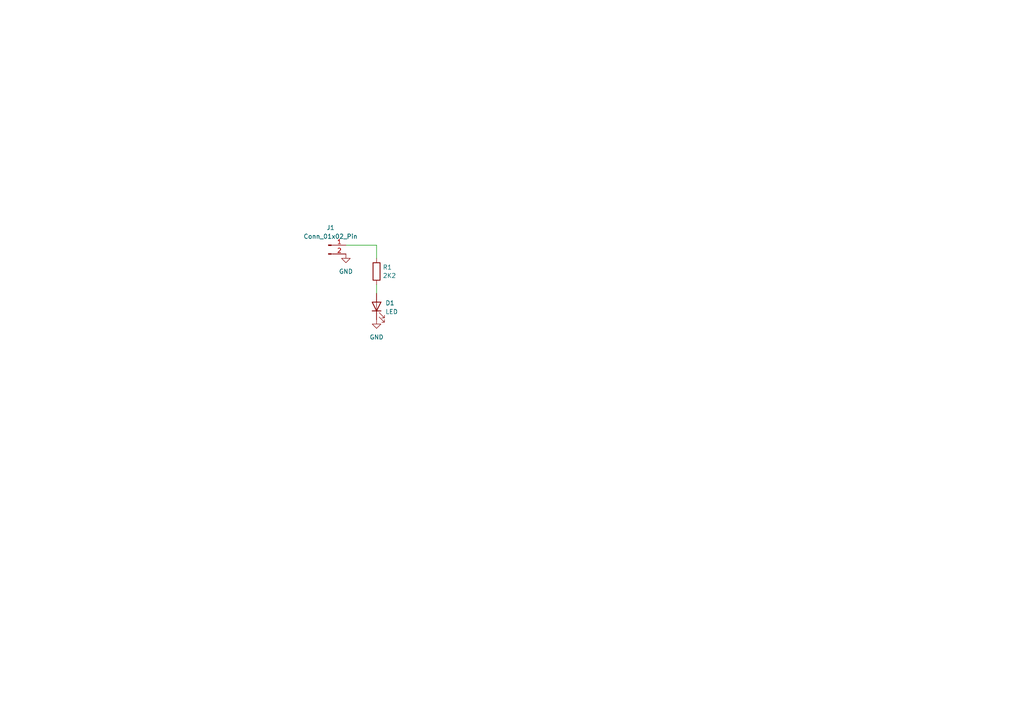
<source format=kicad_sch>
(kicad_sch (version 20231120) (generator "eeschema") (generator_version "8.0")
  (paper "A4")
  (title_block (title "Demo") (date "2024-02-12") (rev "1.0") (comment 1 "Beschreibung"))
  (lib_symbols
    (symbol "Connector:Conn_01x02_Pin" (pin_names (offset 1.016) hide)
      (property "Reference" "J" (at 0 2.54 0))
      (property "Value" "Conn_01x02_Pin" (at 0 -5.08 0))
      (symbol "Conn_01x02_Pin_1_1"
        (polyline (pts (xy 1.27 -2.54) (xy 0.8636 -2.54)) (stroke (width 0.1524)))
        (polyline (pts (xy 1.27 0) (xy 0.8636 0)) (stroke (width 0.1524)))
        (rectangle (start 0.8636 -2.413) (end 0 -2.667) (stroke (width 0.1524)) (fill (type outline)))
        (rectangle (start 0.8636 0.127) (end 0 -0.127) (stroke (width 0.1524)) (fill (type outline)))
        (pin passive line (at 5.08 0 180) (length 3.81) (name "Pin_1") (number "1"))
        (pin passive line (at 5.08 -2.54 180) (length 3.81) (name "Pin_2") (number "2"))
      )
    )
    (symbol "Device:LED" (pin_numbers hide) (pin_names (offset 1.016) hide)
      (property "Reference" "D" (at 0 2.54 0))
      (property "Value" "LED" (at 0 -2.54 0))
      (symbol "LED_0_1"
        (polyline (pts (xy -1.27 -1.27) (xy -1.27 1.27)) (stroke (width 0.254)))
        (polyline (pts (xy -1.27 0) (xy 1.27 0)))
        (polyline (pts (xy 1.27 -1.27) (xy 1.27 1.27) (xy -1.27 0) (xy 1.27 -1.27)) (stroke (width 0.254)))
        (polyline (pts (xy -3.048 -0.762) (xy -4.572 -2.286) (xy -3.81 -2.286) (xy -4.572 -2.286) (xy -4.572 -1.524)))
        (polyline (pts (xy -1.778 -0.762) (xy -3.302 -2.286) (xy -2.54 -2.286) (xy -3.302 -2.286) (xy -3.302 -1.524)))
      )
      (symbol "LED_1_1"
        (pin passive line (at -3.81 0 0) (length 2.54) (name "K") (number "1"))
        (pin passive line (at 3.81 0 180) (length 2.54) (name "A") (number "2"))
      )
    )
    (symbol "Device:R" (pin_numbers hide) (pin_names (offset 0))
      (property "Reference" "R" (at 2.032 0 90))
      (property "Value" "R" (at 0 0 90))
      (symbol "R_0_1"
        (rectangle (start -1.016 -2.54) (end 1.016 2.54) (stroke (width 0.254)))
      )
      (symbol "R_1_1"
        (pin passive line (at 0 3.81 270) (length 1.27) (name "~") (number "1"))
        (pin passive line (at 0 -3.81 90) (length 1.27) (name "~") (number "2"))
      )
    )
    (symbol "power:GND" (power) (pin_names (offset 0))
      (property "Value" "GND" (at 0 -3.81 0))
      (symbol "GND_0_1"
        (polyline (pts (xy 0 0) (xy 0 -1.27) (xy 1.27 -1.27) (xy 0 -2.54) (xy -1.27 -1.27) (xy 0 -1.27)))
      )
      (symbol "GND_1_1"
        (pin power_in line (at 0 0 270) (length 0) hide (name "GND") (number "1"))
      )
    )
  )
  (wire (pts (xy 109.22 85.09) (xy 109.22 82.55)))
  (wire (pts (xy 100.33 71.12) (xy 109.22 71.12)))
  (wire (pts (xy 109.22 71.12) (xy 109.22 74.93)))
  (symbol (lib_id "Device:LED") (at 109.22 88.9 90) (unit 1)
    (property "Reference" "D1" (at 111.76 87.884 90) (effects (justify right)))
    (property "Value" "LED" (at 111.76 90.424 90) (effects (justify right)))
    (property "Footprint" "LED_SMD:LED_0805_2012Metric" (effects (hide yes)))
    (property "Description" "Light emitting diode" (effects (hide yes)))
  )
  (symbol (lib_id "power:GND") (at 109.22 92.71 0) (unit 1)
    (property "Reference" "#PWR02" (effects (hide yes)))
    (property "Value" "GND" (at 109.22 97.79 0))
    (property "Description" "Power symbol creates a global label with name \"GND\" , ground" (effects (hide yes)))
  )
  (symbol (lib_id "Device:R") (at 109.22 78.74 0) (unit 1)
    (property "Reference" "R1" (at 110.998 77.5278 0) (effects (justify left)))
    (property "Value" "2K2" (at 110.998 79.9521 0) (effects (justify left)))
    (property "Footprint" "Resistor_SMD:R_0805_2012Metric_Pad1.20x1.40mm_HandSolder" (effects (hide yes)))
    (property "Description" "Resistor" (effects (hide yes)))
  )
  (symbol (lib_id "power:GND") (at 100.33 73.66 0) (unit 1)
    (property "Reference" "#PWR01" (effects (hide yes)))
    (property "Value" "GND" (at 100.33 78.74 0))
    (property "Description" "Power symbol creates a global label with name \"GND\" , ground" (effects (hide yes)))
  )
  (symbol (lib_id "Connector:Conn_01x02_Pin") (at 95.25 71.12 0) (unit 1)
    (property "Reference" "J1" (at 95.885 66.04 0))
    (property "Value" "Conn_01x02_Pin" (at 95.885 68.58 0))
    (property "Footprint" "Connector_AMASS:AMASS_XT30PW-M_1x02_P2.50mm_Horizontal" (effects (hide yes)))
    (property "Description" "Generic connector, single row, 01x02, script generated" (effects (hide yes)))
  )
)
</source>
